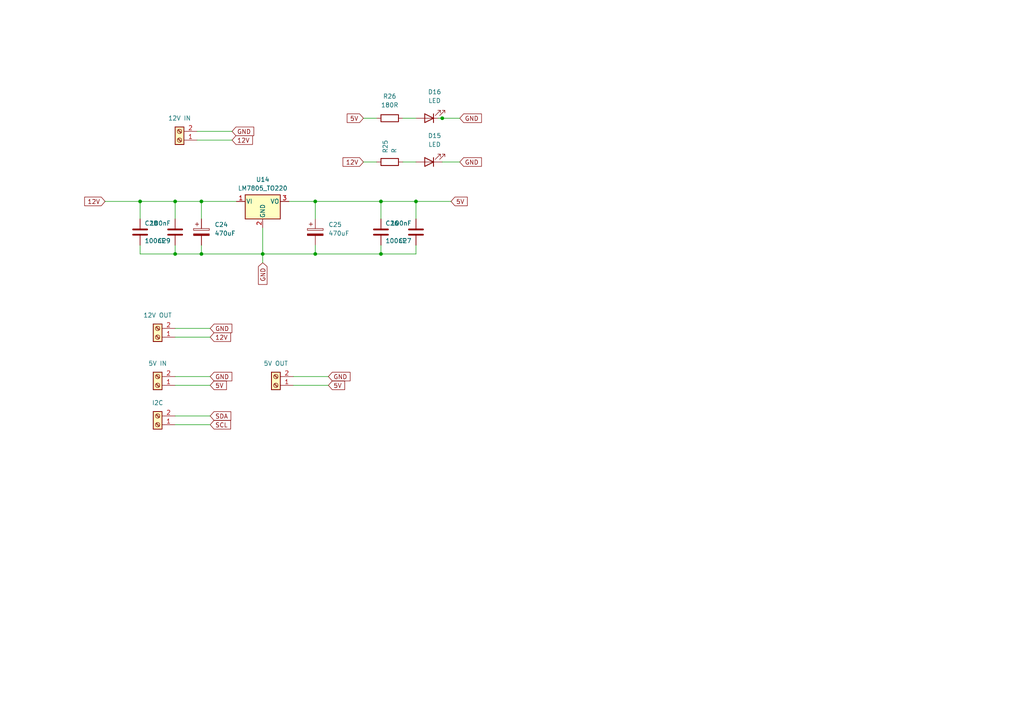
<source format=kicad_sch>
(kicad_sch (version 20230121) (generator eeschema)
  (paper "A4")
  (lib_symbols
    (symbol "Connector:Screw_Terminal_01x02" (pin_names (offset 1.016) hide)
      (property "Reference" "J" (at 0 2.54 0))
      (property "Value" "Screw_Terminal_01x02" (at 0 -5.08 0))
      (symbol "Screw_Terminal_01x02_1_1"
        (rectangle (start -1.27 1.27) (end 1.27 -3.81) (stroke (width 0.254)) (fill (type background)))
        (circle (center 0 -2.54) (radius 0.635) (stroke (width 0.1524)))
        (polyline (pts (xy -0.5334 -2.2098) (xy 0.3302 -3.048)) (stroke (width 0.1524)))
        (polyline (pts (xy -0.5334 0.3302) (xy 0.3302 -0.508)) (stroke (width 0.1524)))
        (polyline (pts (xy -0.3556 -2.032) (xy 0.508 -2.8702)) (stroke (width 0.1524)))
        (polyline (pts (xy -0.3556 0.508) (xy 0.508 -0.3302)) (stroke (width 0.1524)))
        (circle (center 0 0) (radius 0.635) (stroke (width 0.1524)))
        (pin passive line (at -5.08 0 0) (length 3.81) (name "Pin_1") (number "1"))
        (pin passive line (at -5.08 -2.54 0) (length 3.81) (name "Pin_2") (number "2"))
      )
    )
    (symbol "Device:C" (pin_numbers hide) (pin_names (offset 0.254))
      (property "Reference" "C" (at 0.635 2.54 0))
      (property "Value" "C" (at 0.635 -2.54 0))
      (symbol "C_0_1"
        (polyline (pts (xy -2.032 -0.762) (xy 2.032 -0.762)) (stroke (width 0.508)))
        (polyline (pts (xy -2.032 0.762) (xy 2.032 0.762)) (stroke (width 0.508)))
      )
      (symbol "C_1_1"
        (pin passive line (at 0 3.81 270) (length 2.794) (name "~") (number "1"))
        (pin passive line (at 0 -3.81 90) (length 2.794) (name "~") (number "2"))
      )
    )
    (symbol "Device:C_Polarized" (pin_numbers hide) (pin_names (offset 0.254))
      (property "Reference" "C" (at 0.635 2.54 0))
      (property "Value" "C_Polarized" (at 0.635 -2.54 0))
      (symbol "C_Polarized_0_1"
        (rectangle (start -2.286 0.508) (end 2.286 1.016))
        (polyline (pts (xy -1.778 2.286) (xy -0.762 2.286)))
        (polyline (pts (xy -1.27 2.794) (xy -1.27 1.778)))
        (rectangle (start 2.286 -0.508) (end -2.286 -1.016) (fill (type outline)))
      )
      (symbol "C_Polarized_1_1"
        (pin passive line (at 0 3.81 270) (length 2.794) (name "~") (number "1"))
        (pin passive line (at 0 -3.81 90) (length 2.794) (name "~") (number "2"))
      )
    )
    (symbol "Device:LED" (pin_numbers hide) (pin_names (offset 1.016) hide)
      (property "Reference" "D" (at 0 2.54 0))
      (property "Value" "LED" (at 0 -2.54 0))
      (symbol "LED_0_1"
        (polyline (pts (xy -1.27 -1.27) (xy -1.27 1.27)) (stroke (width 0.254)))
        (polyline (pts (xy -1.27 0) (xy 1.27 0)))
        (polyline (pts (xy 1.27 -1.27) (xy 1.27 1.27) (xy -1.27 0) (xy 1.27 -1.27)) (stroke (width 0.254)))
        (polyline (pts (xy -3.048 -0.762) (xy -4.572 -2.286) (xy -3.81 -2.286) (xy -4.572 -2.286) (xy -4.572 -1.524)))
        (polyline (pts (xy -1.778 -0.762) (xy -3.302 -2.286) (xy -2.54 -2.286) (xy -3.302 -2.286) (xy -3.302 -1.524)))
      )
      (symbol "LED_1_1"
        (pin passive line (at -3.81 0 0) (length 2.54) (name "K") (number "1"))
        (pin passive line (at 3.81 0 180) (length 2.54) (name "A") (number "2"))
      )
    )
    (symbol "Device:R" (pin_numbers hide) (pin_names (offset 0))
      (property "Reference" "R" (at 2.032 0 90))
      (property "Value" "R" (at 0 0 90))
      (symbol "R_0_1"
        (rectangle (start -1.016 -2.54) (end 1.016 2.54) (stroke (width 0.254)))
      )
      (symbol "R_1_1"
        (pin passive line (at 0 3.81 270) (length 1.27) (name "~") (number "1"))
        (pin passive line (at 0 -3.81 90) (length 1.27) (name "~") (number "2"))
      )
    )
    (symbol "Regulator_Linear:LM7805_TO220" (pin_names (offset 0.254))
      (property "Reference" "U" (at -3.81 3.175 0))
      (property "Value" "LM7805_TO220" (at 0 3.175 0))
      (symbol "LM7805_TO220_0_1"
        (rectangle (start -5.08 1.905) (end 5.08 -5.08) (stroke (width 0.254)) (fill (type background)))
      )
      (symbol "LM7805_TO220_1_1"
        (pin power_in line (at -7.62 0 0) (length 2.54) (name "VI") (number "1"))
        (pin power_in line (at 0 -7.62 90) (length 2.54) (name "GND") (number "2"))
        (pin power_out line (at 7.62 0 180) (length 2.54) (name "VO") (number "3"))
      )
    )
  )
  (junction (at 128.27 34.29))
  (junction (at 58.42 73.66))
  (junction (at 110.49 73.66))
  (junction (at 120.65 58.42))
  (junction (at 40.64 58.42))
  (junction (at 50.8 73.66))
  (junction (at 58.42 58.42))
  (junction (at 91.44 58.42))
  (junction (at 110.49 58.42))
  (junction (at 76.2 73.66))
  (junction (at 91.44 73.66))
  (junction (at 50.8 58.42))
  (wire (pts (xy 30.48 58.42) (xy 40.64 58.42)))
  (wire (pts (xy 50.8 123.19) (xy 60.96 123.19)))
  (wire (pts (xy 50.8 71.12) (xy 50.8 73.66)))
  (wire (pts (xy 58.42 73.66) (xy 76.2 73.66)))
  (wire (pts (xy 120.65 58.42) (xy 120.65 63.5)))
  (wire (pts (xy 105.41 46.99) (xy 109.22 46.99)))
  (wire (pts (xy 40.64 71.12) (xy 40.64 73.66)))
  (wire (pts (xy 50.8 73.66) (xy 58.42 73.66)))
  (wire (pts (xy 85.09 111.76) (xy 95.25 111.76)))
  (wire (pts (xy 128.27 34.29) (xy 133.35 34.29)))
  (wire (pts (xy 50.8 58.42) (xy 58.42 58.42)))
  (wire (pts (xy 57.15 40.64) (xy 67.31 40.64)))
  (wire (pts (xy 91.44 58.42) (xy 91.44 63.5)))
  (wire (pts (xy 50.8 58.42) (xy 50.8 63.5)))
  (wire (pts (xy 57.15 38.1) (xy 67.31 38.1)))
  (wire (pts (xy 116.84 34.29) (xy 120.65 34.29)))
  (wire (pts (xy 58.42 58.42) (xy 58.42 63.5)))
  (wire (pts (xy 58.42 58.42) (xy 68.58 58.42)))
  (wire (pts (xy 58.42 71.12) (xy 58.42 73.66)))
  (wire (pts (xy 91.44 58.42) (xy 110.49 58.42)))
  (wire (pts (xy 40.64 58.42) (xy 40.64 63.5)))
  (wire (pts (xy 50.8 109.22) (xy 60.96 109.22)))
  (wire (pts (xy 40.64 58.42) (xy 50.8 58.42)))
  (wire (pts (xy 120.65 73.66) (xy 110.49 73.66)))
  (wire (pts (xy 110.49 63.5) (xy 110.49 58.42)))
  (wire (pts (xy 105.41 34.29) (xy 109.22 34.29)))
  (wire (pts (xy 50.8 111.76) (xy 60.96 111.76)))
  (wire (pts (xy 91.44 73.66) (xy 110.49 73.66)))
  (wire (pts (xy 120.65 71.12) (xy 120.65 73.66)))
  (wire (pts (xy 50.8 97.79) (xy 60.96 97.79)))
  (wire (pts (xy 91.44 71.12) (xy 91.44 73.66)))
  (wire (pts (xy 85.09 109.22) (xy 95.25 109.22)))
  (wire (pts (xy 120.65 58.42) (xy 130.81 58.42)))
  (wire (pts (xy 110.49 58.42) (xy 120.65 58.42)))
  (wire (pts (xy 128.27 46.99) (xy 133.35 46.99)))
  (wire (pts (xy 127 34.29) (xy 128.27 34.29)))
  (wire (pts (xy 76.2 73.66) (xy 76.2 76.2)))
  (wire (pts (xy 116.84 46.99) (xy 120.65 46.99)))
  (wire (pts (xy 91.44 73.66) (xy 76.2 73.66)))
  (wire (pts (xy 83.82 58.42) (xy 91.44 58.42)))
  (wire (pts (xy 50.8 95.25) (xy 60.96 95.25)))
  (wire (pts (xy 50.8 120.65) (xy 60.96 120.65)))
  (wire (pts (xy 40.64 73.66) (xy 50.8 73.66)))
  (wire (pts (xy 110.49 71.12) (xy 110.49 73.66)))
  (wire (pts (xy 76.2 66.04) (xy 76.2 73.66)))
  (global_label "GND" (shape input) (at 95.25 109.22 0) (property "Intersheetrefs" "${INTERSHEET_REFS}" (effects hide)))
  (global_label "GND" (shape input) (at 133.35 34.29 0) (property "Intersheetrefs" "${INTERSHEET_REFS}" (effects hide)))
  (global_label "12V" (shape input) (at 67.31 40.64 0) (property "Intersheetrefs" "${INTERSHEET_REFS}" (effects hide)))
  (global_label "5V" (shape input) (at 60.96 111.76 0) (property "Intersheetrefs" "${INTERSHEET_REFS}" (effects hide)))
  (global_label "GND" (shape input) (at 60.96 109.22 0) (property "Intersheetrefs" "${INTERSHEET_REFS}" (effects hide)))
  (global_label "12V" (shape input) (at 30.48 58.42 180) (property "Intersheetrefs" "${INTERSHEET_REFS}" (effects hide)))
  (global_label "5V" (shape input) (at 130.81 58.42 0) (property "Intersheetrefs" "${INTERSHEET_REFS}" (effects hide)))
  (global_label "12V" (shape input) (at 105.41 46.99 180) (property "Intersheetrefs" "${INTERSHEET_REFS}" (effects hide)))
  (global_label "12V" (shape input) (at 60.96 97.79 0) (property "Intersheetrefs" "${INTERSHEET_REFS}" (effects hide)))
  (global_label "GND" (shape input) (at 67.31 38.1 0) (property "Intersheetrefs" "${INTERSHEET_REFS}" (effects hide)))
  (global_label "GND" (shape input) (at 133.35 46.99 0) (property "Intersheetrefs" "${INTERSHEET_REFS}" (effects hide)))
  (global_label "SDA" (shape input) (at 60.96 120.65 0) (property "Intersheetrefs" "${INTERSHEET_REFS}" (effects hide)))
  (global_label "GND" (shape input) (at 60.96 95.25 0) (property "Intersheetrefs" "${INTERSHEET_REFS}" (effects hide)))
  (global_label "5V" (shape input) (at 105.41 34.29 180) (property "Intersheetrefs" "${INTERSHEET_REFS}" (effects hide)))
  (global_label "GND" (shape input) (at 76.2 76.2 270) (property "Intersheetrefs" "${INTERSHEET_REFS}" (effects hide)))
  (global_label "5V" (shape input) (at 95.25 111.76 0) (property "Intersheetrefs" "${INTERSHEET_REFS}" (effects hide)))
  (global_label "SCL" (shape input) (at 60.96 123.19 0) (property "Intersheetrefs" "${INTERSHEET_REFS}" (effects hide)))
  (symbol (lib_id "Connector:Screw_Terminal_01x02") (at 52.07 40.64 180) (unit 1)
    (property "Reference" "J2" (effects hide))
    (property "Value" "12V IN" (at 52.07 34.29 0))
    (property "Footprint" "TerminalBlock_Phoenix:TerminalBlock_Phoenix_MKDS-3-2-5.08_1x02_P5.08mm_Horizontal" (effects hide))
  )
  (symbol (lib_id "Device:C") (at 120.65 67.31 180) (unit 1)
    (property "Reference" "C27" (at 119.38 69.85 0) (effects (justify left)))
    (property "Value" "100nF" (at 119.38 64.77 0) (effects (justify left)))
    (property "Footprint" "Capacitor_SMD:C_0805_2012Metric" (effects hide))
  )
  (symbol (lib_id "Device:R") (at 113.03 34.29 90) (unit 1)
    (property "Reference" "R26" (at 113.03 27.94 90))
    (property "Value" "180R" (at 113.03 30.48 90))
    (property "Footprint" "Resistor_SMD:R_1206_3216Metric" (effects hide))
  )
  (symbol (lib_id "Device:C_Polarized") (at 91.44 67.31 0) (unit 1)
    (property "Reference" "C25" (at 95.25 65.151 0) (effects (justify left)))
    (property "Value" "470uF" (at 95.25 67.691 0) (effects (justify left)))
    (property "Footprint" "Capacitor_SMD:CP_Elec_8x6.7" (effects hide))
  )
  (symbol (lib_id "Regulator_Linear:LM7805_TO220") (at 76.2 58.42 0) (unit 1)
    (property "Reference" "U14" (at 76.2 52.07 0))
    (property "Value" "LM7805_TO220" (at 76.2 54.61 0))
    (property "Footprint" "Package_TO_SOT_THT:TO-220-3_Vertical" (effects hide))
    (property "Datasheet" "https://www.onsemi.cn/PowerSolutions/document/MC7800-D.PDF" (effects hide))
  )
  (symbol (lib_id "Device:C") (at 40.64 67.31 0) (unit 1)
    (property "Reference" "C28" (at 41.91 64.77 0) (effects (justify left)))
    (property "Value" "100nF" (at 41.91 69.85 0) (effects (justify left)))
    (property "Footprint" "Capacitor_SMD:C_0805_2012Metric" (effects hide))
  )
  (symbol (lib_id "Device:C_Polarized") (at 58.42 67.31 0) (unit 1)
    (property "Reference" "C24" (at 62.23 65.151 0) (effects (justify left)))
    (property "Value" "470uF" (at 62.23 67.691 0) (effects (justify left)))
    (property "Footprint" "Capacitor_SMD:CP_Elec_10x10" (effects hide))
  )
  (symbol (lib_id "Device:C") (at 110.49 67.31 0) (unit 1)
    (property "Reference" "C26" (at 111.76 64.77 0) (effects (justify left)))
    (property "Value" "100nF" (at 111.76 69.85 0) (effects (justify left)))
    (property "Footprint" "Capacitor_SMD:C_0805_2012Metric" (effects hide))
  )
  (symbol (lib_id "Device:C") (at 50.8 67.31 180) (unit 1)
    (property "Reference" "C29" (at 49.53 69.85 0) (effects (justify left)))
    (property "Value" "100nF" (at 49.53 64.77 0) (effects (justify left)))
    (property "Footprint" "Capacitor_SMD:C_0805_2012Metric" (effects hide))
  )
  (symbol (lib_id "Connector:Screw_Terminal_01x02") (at 45.72 97.79 180) (unit 1)
    (property "Reference" "J4" (effects hide))
    (property "Value" "12V OUT" (at 45.72 91.44 0))
    (property "Footprint" "TerminalBlock_Phoenix:TerminalBlock_Phoenix_MKDS-3-2-5.08_1x02_P5.08mm_Horizontal" (effects hide))
  )
  (symbol (lib_id "Connector:Screw_Terminal_01x02") (at 80.01 111.76 180) (unit 1)
    (property "Reference" "J7" (effects hide))
    (property "Value" "5V OUT" (at 80.01 105.41 0))
    (property "Footprint" "TerminalBlock_Phoenix:TerminalBlock_Phoenix_MKDS-3-2-5.08_1x02_P5.08mm_Horizontal" (effects hide))
  )
  (symbol (lib_id "Device:LED") (at 124.46 46.99 180) (unit 1)
    (property "Reference" "D15" (at 126.0475 39.37 0))
    (property "Value" "LED" (at 126.0475 41.91 0))
    (property "Footprint" "LED_SMD:LED_1206_3216Metric" (effects hide))
  )
  (symbol (lib_id "Connector:Screw_Terminal_01x02") (at 45.72 123.19 180) (unit 1)
    (property "Reference" "J6" (effects hide))
    (property "Value" "I2C" (at 45.72 116.84 0))
    (property "Footprint" "TerminalBlock_Phoenix:TerminalBlock_Phoenix_MKDS-3-2-5.08_1x02_P5.08mm_Horizontal" (effects hide))
  )
  (symbol (lib_id "Device:R") (at 113.03 46.99 90) (unit 1)
    (property "Reference" "R25" (at 111.76 44.45 0) (effects (justify left)))
    (property "Value" "R" (at 114.3 44.45 0) (effects (justify left)))
    (property "Footprint" "Resistor_SMD:R_1206_3216Metric" (effects hide))
  )
  (symbol (lib_id "Connector:Screw_Terminal_01x02") (at 45.72 111.76 180) (unit 1)
    (property "Reference" "J5" (effects hide))
    (property "Value" "5V IN" (at 45.72 105.41 0))
    (property "Footprint" "TerminalBlock_Phoenix:TerminalBlock_Phoenix_MKDS-3-2-5.08_1x02_P5.08mm_Horizontal" (effects hide))
  )
  (symbol (lib_id "Device:LED") (at 124.46 34.29 180) (unit 1)
    (property "Reference" "D16" (at 126.0475 26.67 0))
    (property "Value" "LED" (at 126.0475 29.21 0))
    (property "Footprint" "LED_SMD:LED_1206_3216Metric" (effects hide))
  )
)
</source>
